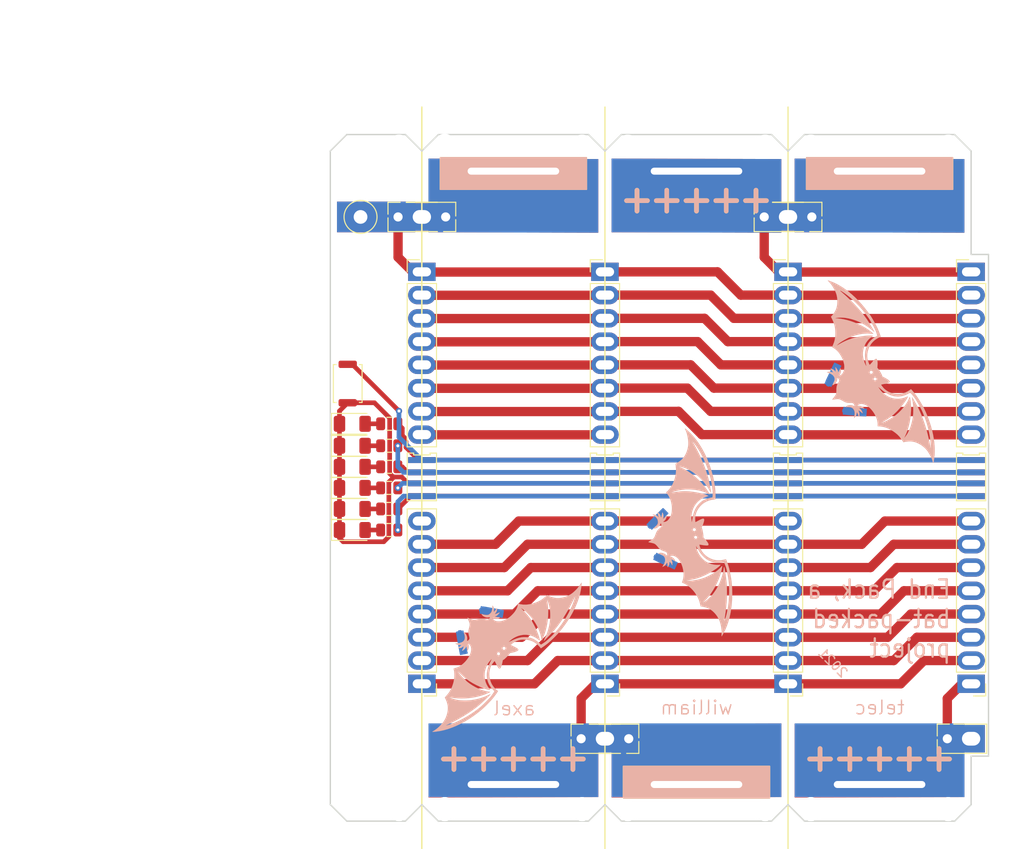
<source format=kicad_pcb>
(kicad_pcb (version 20221018) (generator pcbnew)
  (layers (0 "F.Cu" signal) (31 "B.Cu" signal) (34 "B.Paste" user) (35 "F.Paste" user) (36 "B.SilkS" user "B.Silkscreen") (37 "F.SilkS" user "F.Silkscreen") (38 "B.Mask" user) (39 "F.Mask" user) (44 "Edge.Cuts" user))
  (net 0 "")
  (net 1 "Net-(BT2--)")
  (net 2 "Net-(BT2-+)")
  (net 3 "Net-(BT3-+)")
  (net 4 "Net-(BT4-+)")
  (net 5 "Net-(D1-A)")
  (net 6 "Net-(D2-A)")
  (net 7 "Net-(D3-A)")
  (net 8 "Net-(D4-A)")
  (net 9 "Net-(D5-A)")
  (net 10 "Net-(D6-A)")
  (net 12 "Net-(J4-Pin_8)")
  (net 13 "Net-(J14-Pin_8)")
  (net 14 "Net-(J14-Pin_7)")
  (net 15 "Net-(J14-Pin_6)")
  (net 16 "Net-(J14-Pin_5)")
  (net 17 "Net-(J14-Pin_4)")
  (net 18 "GND")
  (net 19 "Net-(J14-Pin_3)")
  (net 20 "Net-(J11-Pin_8)")
  (net 21 "Net-(J15-Pin_8)")
  (net 22 "Net-(J15-Pin_7)")
  (net 23 "Net-(J15-Pin_6)")
  (net 24 "Net-(J15-Pin_5)")
  (net 25 "Net-(J15-Pin_4)")
  (net 26 "Net-(J15-Pin_3)")
  (net 29 "Net-(J20-Pin_4)")
  (net 30 "Net-(J20-Pin_8)")
  (net 31 "Net-(J20-Pin_1)")
  (net 32 "Net-(J20-Pin_6)")
  (net 33 "Net-(J20-Pin_7)")
  (net 34 "Net-(J20-Pin_3)")
  (net 35 "Net-(J20-Pin_2)")
  (footprint "MountingHole:MountingHole_2mm" (layer "F.Cu") (at 29.5 16)
    (fp_text reference "H2" hide)
    (fp_text value "MountingHole")
  )
  (footprint "telec:Castellated_1x08_P2.54mm" (layer "F.Cu") (at 32 30)
    (fp_text reference "J4" hide)
    (fp_text value "bal_even_right")
  )
  (footprint "telec:Castellated_1x08_P2.54mm" (layer "F.Cu") (at 32 75 180)
    (fp_text reference "J6" hide)
    (fp_text value "bal_odd_right")
  )
  (footprint "MountingHole:MountingHole_2mm" (layer "F.Cu") (at 34.5 15.9)
    (fp_text reference "H5" hide)
    (fp_text value "MountingHole")
  )
  (footprint "MountingHole:MountingHole_2mm" (layer "F.Cu") (at 49.5 16)
    (fp_text reference "H6" hide)
    (fp_text value "MountingHole")
  )
  (footprint "MountingHole:MountingHole_2mm" (layer "F.Cu") (at 34.5 89)
    (fp_text reference "H7" hide)
    (fp_text value "MountingHole")
  )
  (footprint "MountingHole:MountingHole_2mm" (layer "F.Cu") (at 49.5 89)
    (fp_text reference "H8" hide)
    (fp_text value "MountingHole")
  )
  (footprint "MountingHole:MountingHole_2mm" (layer "F.Cu") (at 54.5 16)
    (fp_text reference "H9" hide)
    (fp_text value "MountingHole")
  )
  (footprint "MountingHole:MountingHole_2mm" (layer "F.Cu") (at 69.5 16)
    (fp_text reference "H10" hide)
    (fp_text value "MountingHole")
  )
  (footprint "MountingHole:MountingHole_2mm" (layer "F.Cu") (at 54.5 89)
    (fp_text reference "H11" hide)
    (fp_text value "MountingHole")
  )
  (footprint "MountingHole:MountingHole_2mm" (layer "F.Cu") (at 69.5 89)
    (fp_text reference "H12" hide)
    (fp_text value "MountingHole")
  )
  (footprint "telec:Castellated_1x08_P2.54mm" (layer "F.Cu") (at 52 30)
    (fp_text reference "J8" hide)
    (fp_text value "bal_odd_right")
  )
  (footprint "telec:Castellated_1x08_P2.54mm" (layer "F.Cu") (at 72 75 180)
    (fp_text reference "J9" hide)
    (fp_text value "bal_even_right")
  )
  (footprint "telec:Castellated_1x08_P2.54mm" (layer "F.Cu") (at 72 30)
    (fp_text reference "J10" hide)
    (fp_text value "bal_even_right")
  )
  (footprint "telec:Castellated_1x08_P2.54mm" (layer "F.Cu") (at 52 75 180)
    (fp_text reference "J11" hide)
    (fp_text value "bal_odd_right")
  )
  (footprint "telec:Castellated_1x08_P2.54mm" (layer "F.Cu") (at 92 30)
    (fp_text reference "J14" hide)
    (fp_text value "bal_odd_right")
  )
  (footprint "telec:Castellated_1x08_P2.54mm" (layer "F.Cu") (at 92 75 180)
    (fp_text reference "J15" hide)
    (fp_text value "bal_even_right")
  )
  (footprint "MountingHole:MountingHole_2mm" (layer "F.Cu") (at 74.5 89)
    (fp_text reference "H15" hide)
    (fp_text value "MountingHole")
  )
  (footprint "MountingHole:MountingHole_2mm" (layer "F.Cu") (at 89.5 89)
    (fp_text reference "H16" hide)
    (fp_text value "MountingHole")
  )
  (footprint "telec:Castellated_1x01_P5.08mm_Double" (layer "F.Cu") (at 92 81)
    (fp_text reference "J13" hide)
    (fp_text value "cell_+")
  )
  (footprint "telec:DualSide_2x05_P1.27mm_Vertical_SMD" (layer "F.Cu") (at 92 52.6)
    (fp_text reference "J20" hide)
    (fp_text value "communication")
  )
  (footprint "MountingHole:MountingHole_2mm" (layer "F.Cu") (at 89.5 16)
    (fp_text reference "H14" hide)
    (fp_text value "MountingHole")
  )
  (footprint "MountingHole:MountingHole_2mm" (layer "F.Cu") (at 74.5 16)
    (fp_text reference "H13" hide)
    (fp_text value "MountingHole")
  )
  (footprint "telec:DualSide_2x05_P1.27mm_Vertical_SMD" (layer "F.Cu") (at 32 52.6)
    (fp_text reference "J17" hide)
    (fp_text value "communication")
  )
  (footprint "telec:DualSide_2x05_P1.27mm_Vertical_SMD" (layer "F.Cu") (at 52 52.6)
    (fp_text reference "J18" hide)
    (fp_text value "communication")
  )
  (footprint "telec:DualSide_2x05_P1.27mm_Vertical_SMD" (layer "F.Cu") (at 72 52.6)
    (fp_text reference "J19" hide)
    (fp_text value "communication")
  )
  (footprint "Button_Switch_SMD:SW_Push_SPST_NO_Alps_SKRK" (layer "F.Cu") (at 23.9 42.2 -90)
    (fp_text reference "SW1" hide)
    (fp_text value "SW_Push")
  )
  (footprint "Resistor_SMD:R_0805_2012Metric" (layer "F.Cu") (at 28.4375 55.9)
    (fp_text reference "R5" hide)
    (fp_text value "1k")
  )
  (footprint "Resistor_SMD:R_0805_2012Metric" (layer "F.Cu") (at 28.4375 58.2)
    (fp_text reference "R6" hide)
    (fp_text value "1k")
  )
  (footprint "Resistor_SMD:R_0805_2012Metric" (layer "F.Cu") (at 28.4375 51.3)
    (fp_text reference "R3" hide)
    (fp_text value "1k")
  )
  (footprint "LED_SMD:LED_1206_3216Metric" (layer "F.Cu") (at 24.4 58.2)
    (fp_text reference "D6" hide)
    (fp_text value "LED")
  )
  (footprint "LED_SMD:LED_1206_3216Metric" (layer "F.Cu") (at 24.4 49)
    (fp_text reference "D2" hide)
    (fp_text value "LED")
  )
  (footprint "LED_SMD:LED_1206_3216Metric" (layer "F.Cu") (at 24.4 55.9)
    (fp_text reference "D5" hide)
    (fp_text value "LED")
  )
  (footprint "Resistor_SMD:R_0805_2012Metric" (layer "F.Cu") (at 28.4375 49)
    (fp_text reference "R2" hide)
    (fp_text value "1k")
  )
  (footprint "Resistor_SMD:R_0805_2012Metric" (layer "F.Cu") (at 28.4375 46.6)
    (fp_text reference "R1" hide)
    (fp_text value "1k")
  )
  (footprint "LED_SMD:LED_1206_3216Metric" (layer "F.Cu") (at 24.4 51.3)
    (fp_text reference "D3" hide)
    (fp_text value "LED")
  )
  (footprint "LED_SMD:LED_1206_3216Metric" (layer "F.Cu") (at 24.4 46.6)
    (fp_text reference "D1" hide)
    (fp_text value "LED")
  )
  (footprint "MountingHole:MountingHole_2mm" (layer "F.Cu") (at 29.5 89)
    (fp_text reference "H4" hide)
    (fp_text value "MountingHole")
  )
  (footprint "Connector_Pin:Pin_D1.3mm_L11.0mm_LooseFit" (layer "F.Cu") (at 25.3 24)
    (fp_text reference "J2" hide)
    (fp_text value "cell_+")
  )
  (footprint "telec:Castellated_1x01_P5.08mm_Triple" (layer "F.Cu") (at 32 24)
    (fp_text reference "J1" hide)
    (fp_text value "cell_+")
  )
  (footprint "telec:Castellated_1x01_P5.08mm_Triple" (layer "F.Cu") (at 72 24)
    (fp_text reference "J12" hide)
    (fp_text value "cell_+")
  )
  (footprint "telec:Castellated_1x01_P5.08mm_Triple" (layer "F.Cu") (at 52 81)
    (fp_text reference "J7" hide)
    (fp_text value "cell_+")
  )
  (footprint "LED_SMD:LED_1206_3216Metric" (layer "F.Cu") (at 24.4 53.6)
    (fp_text reference "D4" hide)
    (fp_text value "LED")
  )
  (footprint "Resistor_SMD:R_0805_2012Metric" (layer "F.Cu") (at 28.4375 53.6)
    (fp_text reference "R4" hide)
    (fp_text value "1k")
  )
  (footprint "telec:Cell_18650" (layer "F.Cu") (at 42 86 180)
    (fp_text reference "BT2" hide)
    (fp_text value "Battery_Cell")
  )
  (footprint "telec:Cell_18650" (layer "F.Cu") (at 62 19)
    (fp_text reference "BT3" hide)
    (fp_text value "Battery_Cell")
  )
  (footprint "telec:Cell_18650" (layer "F.Cu") (at 82 86 180)
    (fp_text reference "BT4" hide)
    (fp_text value "Battery_Cell")
  )
  (footprint "logo:batpacked-24" (layer "B.Cu") (at 39.9 70.7 45)
    (fp_text reference "LOGO1" hide)
    (fp_text value "Logo_Open_Hardware_Small" hide)
  )
  (footprint "logo:batpacked-24" (layer "B.Cu") (at 60.8 58.8 100)
    (fp_text reference "LOGO2" hide)
    (fp_text value "Logo_Open_Hardware_Small" hide)
  )
  (footprint "logo:batpacked-24" (layer "B.Cu") (at 80.4 41.9 120)
    (fp_text reference "LOGO3" hide)
    (fp_text value "Logo_Open_Hardware_Small" hide)
  )
  (gr_line (start 72 12) (end 72 93) (stroke (width 0.15)) (layer "F.SilkS"))
  (gr_line (start 52 12) (end 52 93) (stroke (width 0.15)) (layer "F.SilkS"))
  (gr_line (start 32 93) (end 32 12) (stroke (width 0.15)) (layer "F.SilkS"))
  (gr_line (start 32 12) (end 32 93) (stroke (width 0.15)) (layer "F.SilkS"))
  (gr_line (start 22 88.2) (end 22 16.8) (stroke (width 0.15)) (layer "Edge.Cuts"))
  (gr_line (start 33.8 15) (end 50.2 15) (stroke (width 0.15)) (layer "Edge.Cuts"))
  (gr_line (start 52 16.8) (end 50.2 15) (stroke (width 0.15)) (layer "Edge.Cuts"))
  (gr_line (start 50.2 90) (end 33.8 90) (stroke (width 0.15)) (layer "Edge.Cuts"))
  (gr_line (start 52 88.2) (end 50.2 90) (stroke (width 0.15)) (layer "Edge.Cuts"))
  (gr_line (start 32 88.2) (end 33.8 90) (stroke (width 0.15)) (layer "Edge.Cuts"))
  (gr_line (start 73.8 15) (end 90.2 15) (stroke (width 0.15)) (layer "Edge.Cuts"))
  (gr_line (start 90.2 90) (end 73.8 90) (stroke (width 0.15)) (layer "Edge.Cuts"))
  (gr_line (start 92 16.8) (end 90.2 15) (stroke (width 0.15)) (layer "Edge.Cuts"))
  (gr_line (start 72 88.2) (end 73.8 90) (stroke (width 0.15)) (layer "Edge.Cuts"))
  (gr_line (start 92 88.2) (end 90.2 90) (stroke (width 0.15)) (layer "Edge.Cuts"))
  (gr_line (start 72 16.8) (end 73.8 15) (stroke (width 0.15)) (layer "Edge.Cuts"))
  (gr_line (start 92 28.1) (end 92 16.8) (stroke (width 0.15)) (layer "Edge.Cuts"))
  (gr_line (start 92 82.9) (end 92 88.2) (stroke (width 0.15)) (layer "Edge.Cuts"))
  (gr_line (start 32 16.8) (end 30.2 15) (stroke (width 0.15)) (layer "Edge.Cuts"))
  (gr_line (start 72 88.2) (end 70.2 90) (stroke (width 0.15)) (layer "Edge.Cuts"))
  (gr_line (start 52 88.2) (end 53.8 90) (stroke (width 0.15)) (layer "Edge.Cuts"))
  (gr_line (start 22 88.2) (end 23.8 90) (stroke (width 0.15)) (layer "Edge.Cuts"))
  (gr_line (start 30.2 15) (end 23.8 15) (stroke (width 0.15)) (layer "Edge.Cuts"))
  (gr_line (start 93.9 28.1) (end 93.9 82.9) (stroke (width 0.15)) (layer "Edge.Cuts"))
  (gr_line (start 93.9 82.9) (end 92 82.9) (stroke (width 0.15)) (layer "Edge.Cuts"))
  (gr_line (start 53.8 15) (end 70.2 15) (stroke (width 0.15)) (layer "Edge.Cuts"))
  (gr_line (start 32 16.8) (end 33.8 15) (stroke (width 0.15)) (layer "Edge.Cuts"))
  (gr_line (start 52 16.8) (end 53.8 15) (stroke (width 0.15)) (layer "Edge.Cuts"))
  (gr_line (start 72 16.8) (end 70.2 15) (stroke (width 0.15)) (layer "Edge.Cuts"))
  (gr_line (start 23.8 90) (end 30.2 90) (stroke (width 0.15)) (layer "Edge.Cuts"))
  (gr_line (start 92 28.1) (end 93.9 28.1) (stroke (width 0.15)) (layer "Edge.Cuts"))
  (gr_line (start 32 88.2) (end 30.2 90) (stroke (width 0.15)) (layer "Edge.Cuts"))
  (gr_line (start 22 16.8) (end 23.8 15) (stroke (width 0.15)) (layer "Edge.Cuts"))
  (gr_line (start 70.2 90) (end 53.8 90) (stroke (width 0.15)) (layer "Edge.Cuts"))
  (gr_text "End Pack, a\nbat-packed\nproject" (at 89.9 67.9) (layer "B.SilkS") (effects (font (size 2 1.7) (thickness 0.25)) (justify left mirror)))
  (gr_text "william" (at 62 77.6) (layer "B.SilkS") (effects (font (size 1.5 1.5)) (justify mirror)))
  (gr_text "axel" (at 42.1 77.7) (layer "B.SilkS") (effects (font (size 1.5 1.5)) (justify mirror)))
  (gr_text "2021" (at 76.9 72.7 315) (layer "B.SilkS") (effects (font (size 1 1)) (justify mirror)))
  (gr_text "telec" (at 82 77.6) (layer "B.SilkS") (effects (font (size 1.5 1.5)) (justify mirror)))
  (segment (start 32 30.02) (end 52 30.02) (width 1.016) (layer "F.Cu") (net 1))
  (segment (start 52.004882 30) (end 64.304882 30) (width 1.016) (layer "F.Cu") (net 1))
  (segment (start 66.844882 32.54) (end 72.004882 32.54) (width 1.016) (layer "F.Cu") (net 1))
  (segment (start 64.304882 30) (end 66.844882 32.54) (width 1.016) (layer "F.Cu") (net 1))
  (segment (start 92 32.56) (end 72 32.56) (width 1.016) (layer "F.Cu") (net 1))
  (segment (start 34.6 24) (end 32 24) (width 1.016) (layer "F.Cu") (net 1))
  (segment (start 32 24) (end 29.4 24) (width 1.016) (layer "F.Cu") (net 1))
  (segment (start 29.4 28.4) (end 29.4 24) (width 1.016) (layer "F.Cu") (net 1))
  (segment (start 32 30) (end 31 30) (width 1.016) (layer "F.Cu") (net 1))
  (segment (start 31 30) (end 29.4 28.4) (width 1.016) (layer "F.Cu") (net 1))
  (segment (start 51 75) (end 49.4 76.6) (width 1.016) (layer "F.Cu") (net 2))
  (segment (start 52 75) (end 51 75) (width 1.016) (layer "F.Cu") (net 2))
  (segment (start 49.4 76.6) (end 49.4 81) (width 1.016) (layer "F.Cu") (net 2))
  (segment (start 72 75) (end 52 75) (width 1.016) (layer "F.Cu") (net 2))
  (segment (start 84.304882 75) (end 86.844882 72.46) (width 1.016) (layer "F.Cu") (net 2))
  (segment (start 86.844882 72.46) (end 92.004882 72.46) (width 1.016) (layer "F.Cu") (net 2))
  (segment (start 72.004882 75) (end 84.304882 75) (width 1.016) (layer "F.Cu") (net 2))
  (segment (start 49.4 81) (end 54.6 81) (width 1.016) (layer "F.Cu") (net 2))
  (segment (start 72 30.02) (end 92 30.02) (width 1.016) (layer "F.Cu") (net 3))
  (segment (start 72 30) (end 71 30) (width 1.016) (layer "F.Cu") (net 3))
  (segment (start 74.6 24) (end 69.4 24) (width 1.016) (layer "F.Cu") (net 3))
  (segment (start 72 30) (end 71 30) (width 1.016) (layer "F.Cu") (net 3))
  (segment (start 71 30) (end 69.4 28.4) (width 1.016) (layer "F.Cu") (net 3))
  (segment (start 69.4 28.4) (end 69.4 24) (width 1.016) (layer "F.Cu") (net 3))
  (segment (start 89.4 76.6) (end 89.4 81) (width 1.016) (layer "F.Cu") (net 4))
  (segment (start 89.4 81) (end 92 81) (width 1.016) (layer "F.Cu") (net 4))
  (segment (start 91 75) (end 89.4 76.6) (width 1.016) (layer "F.Cu") (net 4))
  (segment (start 92 75) (end 91 75) (width 1.016) (layer "F.Cu") (net 4))
  (segment (start 27.5 46.6) (end 25.8 46.6) (width 0.508) (layer "F.Cu") (net 5))
  (segment (start 27.5 49) (end 25.8 49) (width 0.508) (layer "F.Cu") (net 6))
  (segment (start 27.5 51.3) (end 25.8 51.3) (width 0.508) (layer "F.Cu") (net 7))
  (segment (start 27.5 53.6) (end 25.8 53.6) (width 0.508) (layer "F.Cu") (net 8))
  (segment (start 27.5 55.9) (end 25.8 55.9) (width 0.508) (layer "F.Cu") (net 9))
  (segment (start 27.5 58.2) (end 25.8 58.2) (width 0.508) (layer "F.Cu") (net 10))
  (segment (start 52 47.8) (end 32 47.8) (width 1.016) (layer "F.Cu") (net 12))
  (segment (start 32 45.26) (end 52 45.26) (width 1.016) (layer "F.Cu") (net 13))
  (segment (start 52.004882 45.24) (end 60.044882 45.24) (width 1.016) (layer "F.Cu") (net 13))
  (segment (start 62.584882 47.78) (end 72.004882 47.78) (width 1.016) (layer "F.Cu") (net 13))
  (segment (start 60.044882 45.24) (end 62.584882 47.78) (width 1.016) (layer "F.Cu") (net 13))
  (segment (start 92 47.8) (end 72 47.8) (width 1.016) (layer "F.Cu") (net 13))
  (segment (start 52 42.72) (end 32 42.72) (width 1.016) (layer "F.Cu") (net 14))
  (segment (start 63.544882 45.24) (end 72.004882 45.24) (width 1.016) (layer "F.Cu") (net 14))
  (segment (start 52.004882 42.7) (end 61.004882 42.7) (width 1.016) (layer "F.Cu") (net 14))
  (segment (start 61.004882 42.7) (end 63.544882 45.24) (width 1.016) (layer "F.Cu") (net 14))
  (segment (start 72 45.26) (end 92 45.26) (width 1.016) (layer "F.Cu") (net 14))
  (segment (start 32 40.18) (end 52 40.18) (width 1.016) (layer "F.Cu") (net 15))
  (segment (start 52.004882 40.16) (end 61.364882 40.16) (width 1.016) (layer "F.Cu") (net 15))
  (segment (start 61.364882 40.16) (end 63.904882 42.7) (width 1.016) (layer "F.Cu") (net 15))
  (segment (start 63.904882 42.7) (end 72.004882 42.7) (width 1.016) (layer "F.Cu") (net 15))
  (segment (start 92 42.72) (end 72 42.72) (width 1.016) (layer "F.Cu") (net 15))
  (segment (start 52 37.64) (end 32 37.64) (width 1.016) (layer "F.Cu") (net 16))
  (segment (start 52.004882 37.62) (end 62.124882 37.62) (width 1.016) (layer "F.Cu") (net 16))
  (segment (start 62.124882 37.62) (end 64.664882 40.16) (width 1.016) (layer "F.Cu") (net 16))
  (segment (start 64.664882 40.16) (end 72.004882 40.16) (width 1.016) (layer "F.Cu") (net 16))
  (segment (start 72 40.18) (end 92 40.18) (width 1.016) (layer "F.Cu") (net 16))
  (segment (start 32 35.1) (end 52 35.1) (width 1.016) (layer "F.Cu") (net 17))
  (segment (start 62.884882 35.08) (end 65.424882 37.62) (width 1.016) (layer "F.Cu") (net 17))
  (segment (start 52.004882 35.08) (end 62.884882 35.08) (width 1.016) (layer "F.Cu") (net 17))
  (segment (start 65.424882 37.62) (end 72.004882 37.62) (width 1.016) (layer "F.Cu") (net 17))
  (segment (start 92 37.64) (end 72 37.64) (width 1.016) (layer "F.Cu") (net 17))
  (segment (start 30.494466 53.1) (end 29.800876 52.40641) (width 0.508) (layer "F.Cu") (net 18))
  (segment (start 27.838056 59.48141) (end 23.40641 59.48141) (width 0.508) (layer "F.Cu") (net 18))
  (segment (start 23 58.2) (end 23 45.2) (width 0.508) (layer "F.Cu") (net 18))
  (segment (start 23 45.2) (end 23.9 44.3) (width 0.508) (layer "F.Cu") (net 18))
  (segment (start 28.48109 45.961624) (end 28.48109 52.025556) (width 0.508) (layer "F.Cu") (net 18))
  (segment (start 92 53.1) (end 32 53.1) (width 0.508) (layer "F.Cu") (net 18))
  (segment (start 23 59.075) (end 23 58.2) (width 0.508) (layer "F.Cu") (net 18))
  (segment (start 28.39391 58.925556) (end 27.838056 59.48141) (width 0.508) (layer "F.Cu") (net 18))
  (segment (start 23.40641 59.48141) (end 23 59.075) (width 0.508) (layer "F.Cu") (net 18))
  (segment (start 28.48109 52.025556) (end 28.861944 52.40641) (width 0.508) (layer "F.Cu") (net 18))
  (segment (start 32 53.1) (end 30.494466 53.1) (width 0.508) (layer "F.Cu") (net 18))
  (segment (start 28.861944 52.40641) (end 28.949124 52.40641) (width 0.508) (layer "F.Cu") (net 18))
  (segment (start 28.949124 52.40641) (end 28.39391 52.961624) (width 0.508) (layer "F.Cu") (net 18))
  (segment (start 28.39391 52.961624) (end 28.39391 58.925556) (width 0.508) (layer "F.Cu") (net 18))
  (segment (start 26.819466 44.3) (end 28.48109 45.961624) (width 0.508) (layer "F.Cu") (net 18))
  (segment (start 23.9 44.3) (end 26.819466 44.3) (width 0.508) (layer "F.Cu") (net 18))
  (segment (start 29.800876 52.40641) (end 28.949124 52.40641) (width 0.508) (layer "F.Cu") (net 18))
  (segment (start 52 32.56) (end 32 32.56) (width 1.016) (layer "F.Cu") (net 19))
  (segment (start 66.084882 35.08) (end 72.004882 35.08) (width 1.016) (layer "F.Cu") (net 19))
  (segment (start 63.544882 32.54) (end 66.084882 35.08) (width 1.016) (layer "F.Cu") (net 19))
  (segment (start 52.004882 32.54) (end 63.544882 32.54) (width 1.016) (layer "F.Cu") (net 19))
  (segment (start 72 35.1) (end 92 35.1) (width 1.016) (layer "F.Cu") (net 19))
  (segment (start 52 57.22) (end 72 57.22) (width 1.016) (layer "F.Cu") (net 20))
  (segment (start 32.004882 59.76) (end 40.044882 59.76) (width 1.016) (layer "F.Cu") (net 20))
  (segment (start 42.584882 57.22) (end 52.004882 57.22) (width 1.016) (layer "F.Cu") (net 20))
  (segment (start 40.044882 59.76) (end 42.584882 57.22) (width 1.016) (layer "F.Cu") (net 20))
  (segment (start 72 59.76) (end 52 59.76) (width 1.016) (layer "F.Cu") (net 21))
  (segment (start 43.544882 59.76) (end 52.004882 59.76) (width 1.016) (layer "F.Cu") (net 21))
  (segment (start 32.004882 62.3) (end 41.004882 62.3) (width 1.016) (layer "F.Cu") (net 21))
  (segment (start 41.004882 62.3) (end 43.544882 59.76) (width 1.016) (layer "F.Cu") (net 21))
  (segment (start 72.004882 59.76) (end 80.044882 59.76) (width 1.016) (layer "F.Cu") (net 21))
  (segment (start 80.044882 59.76) (end 82.584882 57.22) (width 1.016) (layer "F.Cu") (net 21))
  (segment (start 82.584882 57.22) (end 92.004882 57.22) (width 1.016) (layer "F.Cu") (net 21))
  (segment (start 52 62.3) (end 72 62.3) (width 1.016) (layer "F.Cu") (net 22))
  (segment (start 32.004882 64.84) (end 41.364882 64.84) (width 1.016) (layer "F.Cu") (net 22))
  (segment (start 41.364882 64.84) (end 43.904882 62.3) (width 1.016) (layer "F.Cu") (net 22))
  (segment (start 43.904882 62.3) (end 52.004882 62.3) (width 1.016) (layer "F.Cu") (net 22))
  (segment (start 81.004882 62.3) (end 83.544882 59.76) (width 1.016) (layer "F.Cu") (net 22))
  (segment (start 72.004882 62.3) (end 81.004882 62.3) (width 1.016) (layer "F.Cu") (net 22))
  (segment (start 83.544882 59.76) (end 92.004882 59.76) (width 1.016) (layer "F.Cu") (net 22))
  (segment (start 72 64.84) (end 52 64.84) (width 1.016) (layer "F.Cu") (net 23))
  (segment (start 32.004882 67.38) (end 42.124882 67.38) (width 1.016) (layer "F.Cu") (net 23))
  (segment (start 42.124882 67.38) (end 44.664882 64.84) (width 1.016) (layer "F.Cu") (net 23))
  (segment (start 44.664882 64.84) (end 52.004882 64.84) (width 1.016) (layer "F.Cu") (net 23))
  (segment (start 72.004882 64.84) (end 81.364882 64.84) (width 1.016) (layer "F.Cu") (net 23))
  (segment (start 83.904882 62.3) (end 92.004882 62.3) (width 1.016) (layer "F.Cu") (net 23))
  (segment (start 81.364882 64.84) (end 83.904882 62.3) (width 1.016) (layer "F.Cu") (net 23))
  (segment (start 52 67.38) (end 72 67.38) (width 1.016) (layer "F.Cu") (net 24))
  (segment (start 42.884882 69.92) (end 45.424882 67.38) (width 1.016) (layer "F.Cu") (net 24))
  (segment (start 32.004882 69.92) (end 42.884882 69.92) (width 1.016) (layer "F.Cu") (net 24))
  (segment (start 45.424882 67.38) (end 52.004882 67.38) (width 1.016) (layer "F.Cu") (net 24))
  (segment (start 82.124882 67.38) (end 84.664882 64.84) (width 1.016) (layer "F.Cu") (net 24))
  (segment (start 72.004882 67.38) (end 82.124882 67.38) (width 1.016) (layer "F.Cu") (net 24))
  (segment (start 84.664882 64.84) (end 92.004882 64.84) (width 1.016) (layer "F.Cu") (net 24))
  (segment (start 72 69.92) (end 52 69.92) (width 1.016) (layer "F.Cu") (net 25))
  (segment (start 46.084882 69.92) (end 52.004882 69.92) (width 1.016) (layer "F.Cu") (net 25))
  (segment (start 43.544882 72.46) (end 46.084882 69.92) (width 1.016) (layer "F.Cu") (net 25))
  (segment (start 32.004882 72.46) (end 43.544882 72.46) (width 1.016) (layer "F.Cu") (net 25))
  (segment (start 82.884882 69.92) (end 85.424882 67.38) (width 1.016) (layer "F.Cu") (net 25))
  (segment (start 85.424882 67.38) (end 92.004882 67.38) (width 1.016) (layer "F.Cu") (net 25))
  (segment (start 72.004882 69.92) (end 82.884882 69.92) (width 1.016) (layer "F.Cu") (net 25))
  (segment (start 52 72.46) (end 72 72.46) (width 1.016) (layer "F.Cu") (net 26))
  (segment (start 32.004882 75) (end 44.304882 75) (width 1.016) (layer "F.Cu") (net 26))
  (segment (start 46.844882 72.46) (end 52.004882 72.46) (width 1.016) (layer "F.Cu") (net 26))
  (segment (start 44.304882 75) (end 46.844882 72.46) (width 1.016) (layer "F.Cu") (net 26))
  (segment (start 83.544882 72.46) (end 86.084882 69.92) (width 1.016) (layer "F.Cu") (net 26))
  (segment (start 86.084882 69.92) (end 92.004882 69.92) (width 1.016) (layer "F.Cu") (net 26))
  (segment (start 72.004882 72.46) (end 83.544882 72.46) (width 1.016) (layer "F.Cu") (net 26))
  (via (at 29.375 49) (size 0.6858) (drill 0.3302) (layers "F.Cu" "B.Cu") (net 29))
  (segment (start 29.992 51.9) (end 29.375 51.283) (width 0.508) (layer "B.Cu") (net 29))
  (segment (start 32 51.9) (end 29.992 51.9) (width 0.508) (layer "B.Cu") (net 29))
  (segment (start 92 51.9) (end 32 51.9) (width 0.508) (layer "B.Cu") (net 29))
  (segment (start 29.375 51.283) (end 29.375 49) (width 0.508) (layer "B.Cu") (net 29))
  (via (at 29.375 58.2) (size 0.6858) (drill 0.3302) (layers "F.Cu" "B.Cu") (net 30))
  (segment (start 92 54.5) (end 32 54.5) (width 0.508) (layer "B.Cu") (net 30))
  (segment (start 29.992 54.5) (end 29.375 55.117) (width 0.508) (layer "B.Cu") (net 30))
  (segment (start 32 54.5) (end 29.992 54.5) (width 0.508) (layer "B.Cu") (net 30))
  (segment (start 29.375 55.117) (end 29.375 58.2) (width 0.508) (layer "B.Cu") (net 30))
  (segment (start 30.09359 48.09359) (end 30.26891 48.26891) (width 0.254) (layer "F.Cu") (net 31))
  (segment (start 29.860527 47.860527) (end 30.09359 48.09359) (width 0.508) (layer "F.Cu") (net 31))
  (segment (start 32 50.56) (end 31.66 50.56) (width 0.508) (layer "F.Cu") (net 31))
  (segment (start 92 50.56) (end 32 50.56) (width 0.508) (layer "F.Cu") (net 31))
  (segment (start 29.375 46.6) (end 29.860527 47.085527) (width 0.508) (layer "F.Cu") (net 31))
  (segment (start 29.860527 47.085527) (end 29.860527 47.860527) (width 0.508) (layer "F.Cu") (net 31))
  (segment (start 31.66 50.56) (end 30.26891 49.16891) (width 0.508) (layer "F.Cu") (net 31))
  (segment (start 30.26891 48.26891) (end 30.26891 48.537874) (width 0.254) (layer "F.Cu") (net 31))
  (segment (start 30.26891 49.16891) (end 30.26891 48.537874) (width 0.508) (layer "F.Cu") (net 31))
  (via (at 29.375 53.6) (size 0.6858) (drill 0.3302) (layers "F.Cu" "B.Cu") (net 32))
  (segment (start 32 53.1) (end 92 53.1) (width 0.508) (layer "B.Cu") (net 32))
  (segment (start 32 53.1) (end 29.875 53.1) (width 0.508) (layer "B.Cu") (net 32))
  (segment (start 29.875 53.1) (end 29.375 53.6) (width 0.508) (layer "B.Cu") (net 32))
  (segment (start 32 54.5) (end 30.775 54.5) (width 0.508) (layer "F.Cu") (net 33))
  (segment (start 30.775 54.5) (end 29.375 55.9) (width 0.508) (layer "F.Cu") (net 33))
  (segment (start 32 54.5) (end 92 54.5) (width 0.508) (layer "F.Cu") (net 33))
  (segment (start 30.4 51.8375) (end 29.8625 51.3) (width 0.508) (layer "F.Cu") (net 34))
  (segment (start 29.8625 51.3) (end 29.375 51.3) (width 0.508) (layer "F.Cu") (net 34))
  (segment (start 32 51.9) (end 92 51.9) (width 0.508) (layer "F.Cu") (net 34))
  (segment (start 30.4 51.9) (end 30.4 51.8375) (width 0.508) (layer "F.Cu") (net 34))
  (segment (start 32 51.9) (end 30.4 51.9) (width 0.508) (layer "F.Cu") (net 34))
  (segment (start 29.5 45.2) (end 24.4 40.1) (width 0.508) (layer "F.Cu") (net 35))
  (segment (start 24.4 40.1) (end 23.9 40.1) (width 0.508) (layer "F.Cu") (net 35))
  (via (at 29.5 45.2) (size 0.6858) (drill 0.3302) (layers "F.Cu" "B.Cu") (net 35))
  (segment (start 29.5 48.06) (end 29.5 45.2) (width 0.508) (layer "B.Cu") (net 35))
  (segment (start 32 50.56) (end 29.5 48.06) (width 0.508) (layer "B.Cu") (net 35))
  (segment (start 32 50.56) (end 92 50.56) (width 0.508) (layer "B.Cu") (net 35))
  (zone (net 4) (net_name "Net-(BT4-+)") (layer "F.Cu") (connect_pads yes (clearance 0.508)) (min_thickness 0.254) (fill yes (thermal_gap 0.508) (thermal_bridge_width 0.508))
    (polygon (pts (xy 91.4 87.5) (xy 72.6 87.55) (xy 72.6 79.25) (xy 91.4 79.2)))
  )
  (zone (net 3) (net_name "Net-(BT3-+)") (layer "F.Cu") (connect_pads yes (clearance 0.508)) (min_thickness 0.254) (fill yes (thermal_gap 0.508) (thermal_bridge_width 0.508))
    (polygon (pts (xy 91.394705 25.85) (xy 72.594705 25.8) (xy 72.594705 17.5) (xy 91.394705 17.55)))
  )
  (zone (net 1) (net_name "Net-(BT2--)") (layer "F.Cu") (connect_pads yes (clearance 0.508)) (min_thickness 0.254) (fill yes (thermal_gap 0.508) (thermal_bridge_width 0.508))
    (polygon (pts (xy 22.6 25.8) (xy 31.4 25.8) (xy 31.4 22.2) (xy 22.6 22.2)))
  )
  (zone (net 2) (net_name "Net-(BT2-+)") (layer "F.Cu") (connect_pads yes (clearance 0.508)) (min_thickness 0.254) (fill yes (thermal_gap 0.508) (thermal_bridge_width 0.508))
    (polygon (pts (xy 71.4 87.5) (xy 52.6 87.55) (xy 52.6 79.25) (xy 71.4 79.2)))
  )
  (zone (net 2) (net_name "Net-(BT2-+)") (layer "F.Cu") (connect_pads yes (clearance 0.508)) (min_thickness 0.254) (fill yes (thermal_gap 0.508) (thermal_bridge_width 0.508))
    (polygon (pts (xy 51.4 87.5) (xy 32.6 87.55) (xy 32.6 79.25) (xy 51.4 79.2)))
  )
  (zone (net 3) (net_name "Net-(BT3-+)") (layer "F.Cu") (connect_pads yes (clearance 0.508)) (min_thickness 0.254) (fill yes (thermal_gap 0.508) (thermal_bridge_width 0.508))
    (polygon (pts (xy 71.394705 25.85) (xy 52.594705 25.8) (xy 52.594705 17.5) (xy 71.394705 17.55)))
  )
  (zone (net 1) (net_name "Net-(BT2--)") (layer "F.Cu") (connect_pads yes (clearance 0.508)) (min_thickness 0.254) (fill yes (thermal_gap 0.508) (thermal_bridge_width 0.508))
    (polygon (pts (xy 51.394705 25.85) (xy 32.594705 25.8) (xy 32.594705 17.5) (xy 51.394705 17.55)))
  )
  (zone (net 1) (net_name "Net-(BT2--)") (layer "B.Cu") (connect_pads yes (clearance 0.508)) (min_thickness 0.254) (fill yes (thermal_gap 0.508) (thermal_bridge_width 0.508))
    (polygon (pts (xy 22.6 25.8) (xy 31.4 25.8) (xy 31.4 22.2) (xy 22.6 22.2)))
  )
  (zone (net 3) (net_name "Net-(BT3-+)") (layer "B.Cu") (connect_pads yes (clearance 0.508)) (min_thickness 0.254) (fill yes (thermal_gap 0.508) (thermal_bridge_width 0.508))
    (polygon (pts (xy 91.394705 25.85) (xy 72.594705 25.8) (xy 72.594705 17.5) (xy 91.394705 17.55)))
  )
  (zone (net 4) (net_name "Net-(BT4-+)") (layer "B.Cu") (connect_pads yes (clearance 0.508)) (min_thickness 0.254) (fill yes (thermal_gap 0.508) (thermal_bridge_width 0.508))
    (polygon (pts (xy 91.4 87.5) (xy 72.6 87.5) (xy 72.6 79.2) (xy 91.4 79.2)))
  )
  (zone (net 2) (net_name "Net-(BT2-+)") (layer "B.Cu") (connect_pads yes (clearance 0.508)) (min_thickness 0.254) (fill yes (thermal_gap 0.508) (thermal_bridge_width 0.508))
    (polygon (pts (xy 71.4 87.5) (xy 52.6 87.5) (xy 52.6 79.2) (xy 71.4 79.2)))
  )
  (zone (net 2) (net_name "Net-(BT2-+)") (layer "B.Cu") (connect_pads yes (clearance 0.508)) (min_thickness 0.254) (fill yes (thermal_gap 0.508) (thermal_bridge_width 0.508))
    (polygon (pts (xy 51.4 87.5) (xy 32.6 87.5) (xy 32.6 79.2) (xy 51.4 79.2)))
  )
  (zone (net 3) (net_name "Net-(BT3-+)") (layer "B.Cu") (connect_pads yes (clearance 0.508)) (min_thickness 0.254) (fill yes (thermal_gap 0.508) (thermal_bridge_width 0.508))
    (polygon (pts (xy 71.394705 25.85) (xy 52.594705 25.8) (xy 52.594705 17.5) (xy 71.394705 17.55)))
  )
  (zone (net 1) (net_name "Net-(BT2--)") (layer "B.Cu") (connect_pads yes (clearance 0.508)) (min_thickness 0.254) (fill yes (thermal_gap 0.508) (thermal_bridge_width 0.508))
    (polygon (pts (xy 51.394705 25.85) (xy 32.594705 25.8) (xy 32.594705 17.5) (xy 51.394705 17.55)))
  )
)
</source>
